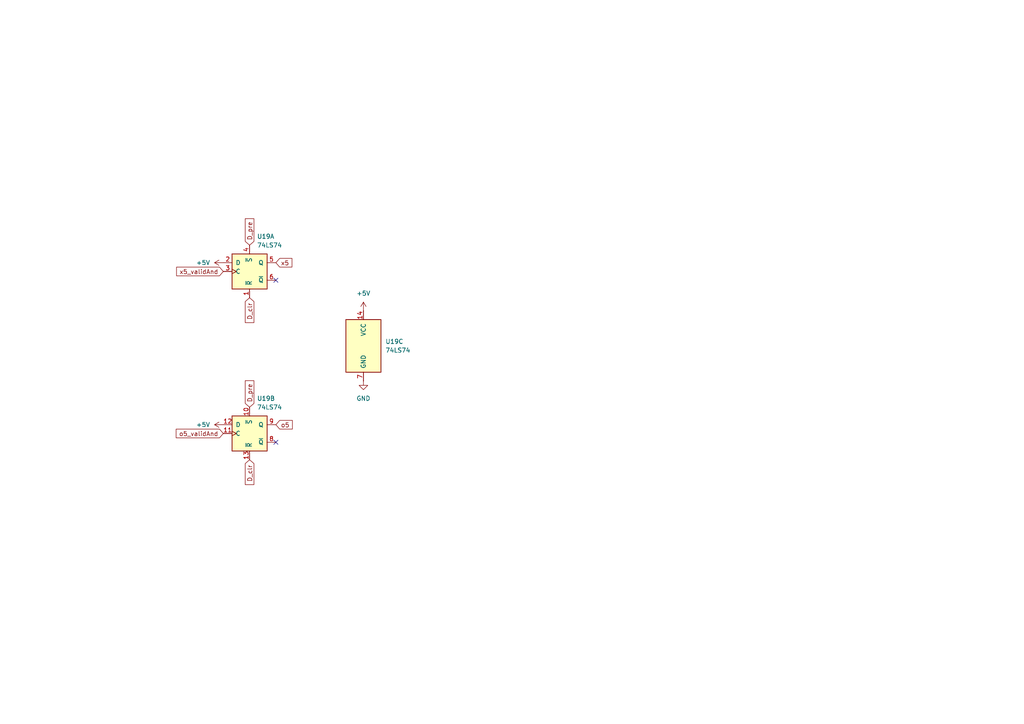
<source format=kicad_sch>
(kicad_sch
	(version 20250114)
	(generator "eeschema")
	(generator_version "9.0")
	(uuid "0f222bc9-c86a-4c26-921d-459394749d18")
	(paper "A4")
	(lib_symbols
		(symbol "74xx:74LS74"
			(pin_names
				(offset 1.016)
			)
			(exclude_from_sim no)
			(in_bom yes)
			(on_board yes)
			(property "Reference" "U"
				(at -7.62 8.89 0)
				(effects
					(font
						(size 1.27 1.27)
					)
				)
			)
			(property "Value" "74LS74"
				(at -7.62 -8.89 0)
				(effects
					(font
						(size 1.27 1.27)
					)
				)
			)
			(property "Footprint" ""
				(at 0 0 0)
				(effects
					(font
						(size 1.27 1.27)
					)
					(hide yes)
				)
			)
			(property "Datasheet" "74xx/74hc_hct74.pdf"
				(at 0 0 0)
				(effects
					(font
						(size 1.27 1.27)
					)
					(hide yes)
				)
			)
			(property "Description" "Dual D Flip-flop, Set & Reset"
				(at 0 0 0)
				(effects
					(font
						(size 1.27 1.27)
					)
					(hide yes)
				)
			)
			(property "ki_locked" ""
				(at 0 0 0)
				(effects
					(font
						(size 1.27 1.27)
					)
				)
			)
			(property "ki_keywords" "TTL DFF"
				(at 0 0 0)
				(effects
					(font
						(size 1.27 1.27)
					)
					(hide yes)
				)
			)
			(property "ki_fp_filters" "DIP*W7.62mm*"
				(at 0 0 0)
				(effects
					(font
						(size 1.27 1.27)
					)
					(hide yes)
				)
			)
			(symbol "74LS74_1_0"
				(pin input line
					(at -7.62 2.54 0)
					(length 2.54)
					(name "D"
						(effects
							(font
								(size 1.27 1.27)
							)
						)
					)
					(number "2"
						(effects
							(font
								(size 1.27 1.27)
							)
						)
					)
				)
				(pin input clock
					(at -7.62 0 0)
					(length 2.54)
					(name "C"
						(effects
							(font
								(size 1.27 1.27)
							)
						)
					)
					(number "3"
						(effects
							(font
								(size 1.27 1.27)
							)
						)
					)
				)
				(pin input line
					(at 0 7.62 270)
					(length 2.54)
					(name "~{S}"
						(effects
							(font
								(size 1.27 1.27)
							)
						)
					)
					(number "4"
						(effects
							(font
								(size 1.27 1.27)
							)
						)
					)
				)
				(pin input line
					(at 0 -7.62 90)
					(length 2.54)
					(name "~{R}"
						(effects
							(font
								(size 1.27 1.27)
							)
						)
					)
					(number "1"
						(effects
							(font
								(size 1.27 1.27)
							)
						)
					)
				)
				(pin output line
					(at 7.62 2.54 180)
					(length 2.54)
					(name "Q"
						(effects
							(font
								(size 1.27 1.27)
							)
						)
					)
					(number "5"
						(effects
							(font
								(size 1.27 1.27)
							)
						)
					)
				)
				(pin output line
					(at 7.62 -2.54 180)
					(length 2.54)
					(name "~{Q}"
						(effects
							(font
								(size 1.27 1.27)
							)
						)
					)
					(number "6"
						(effects
							(font
								(size 1.27 1.27)
							)
						)
					)
				)
			)
			(symbol "74LS74_1_1"
				(rectangle
					(start -5.08 5.08)
					(end 5.08 -5.08)
					(stroke
						(width 0.254)
						(type default)
					)
					(fill
						(type background)
					)
				)
			)
			(symbol "74LS74_2_0"
				(pin input line
					(at -7.62 2.54 0)
					(length 2.54)
					(name "D"
						(effects
							(font
								(size 1.27 1.27)
							)
						)
					)
					(number "12"
						(effects
							(font
								(size 1.27 1.27)
							)
						)
					)
				)
				(pin input clock
					(at -7.62 0 0)
					(length 2.54)
					(name "C"
						(effects
							(font
								(size 1.27 1.27)
							)
						)
					)
					(number "11"
						(effects
							(font
								(size 1.27 1.27)
							)
						)
					)
				)
				(pin input line
					(at 0 7.62 270)
					(length 2.54)
					(name "~{S}"
						(effects
							(font
								(size 1.27 1.27)
							)
						)
					)
					(number "10"
						(effects
							(font
								(size 1.27 1.27)
							)
						)
					)
				)
				(pin input line
					(at 0 -7.62 90)
					(length 2.54)
					(name "~{R}"
						(effects
							(font
								(size 1.27 1.27)
							)
						)
					)
					(number "13"
						(effects
							(font
								(size 1.27 1.27)
							)
						)
					)
				)
				(pin output line
					(at 7.62 2.54 180)
					(length 2.54)
					(name "Q"
						(effects
							(font
								(size 1.27 1.27)
							)
						)
					)
					(number "9"
						(effects
							(font
								(size 1.27 1.27)
							)
						)
					)
				)
				(pin output line
					(at 7.62 -2.54 180)
					(length 2.54)
					(name "~{Q}"
						(effects
							(font
								(size 1.27 1.27)
							)
						)
					)
					(number "8"
						(effects
							(font
								(size 1.27 1.27)
							)
						)
					)
				)
			)
			(symbol "74LS74_2_1"
				(rectangle
					(start -5.08 5.08)
					(end 5.08 -5.08)
					(stroke
						(width 0.254)
						(type default)
					)
					(fill
						(type background)
					)
				)
			)
			(symbol "74LS74_3_0"
				(pin power_in line
					(at 0 10.16 270)
					(length 2.54)
					(name "VCC"
						(effects
							(font
								(size 1.27 1.27)
							)
						)
					)
					(number "14"
						(effects
							(font
								(size 1.27 1.27)
							)
						)
					)
				)
				(pin power_in line
					(at 0 -10.16 90)
					(length 2.54)
					(name "GND"
						(effects
							(font
								(size 1.27 1.27)
							)
						)
					)
					(number "7"
						(effects
							(font
								(size 1.27 1.27)
							)
						)
					)
				)
			)
			(symbol "74LS74_3_1"
				(rectangle
					(start -5.08 7.62)
					(end 5.08 -7.62)
					(stroke
						(width 0.254)
						(type default)
					)
					(fill
						(type background)
					)
				)
			)
			(embedded_fonts no)
		)
		(symbol "power:+5V"
			(power)
			(pin_numbers
				(hide yes)
			)
			(pin_names
				(offset 0)
				(hide yes)
			)
			(exclude_from_sim no)
			(in_bom yes)
			(on_board yes)
			(property "Reference" "#PWR"
				(at 0 -3.81 0)
				(effects
					(font
						(size 1.27 1.27)
					)
					(hide yes)
				)
			)
			(property "Value" "+5V"
				(at 0 3.556 0)
				(effects
					(font
						(size 1.27 1.27)
					)
				)
			)
			(property "Footprint" ""
				(at 0 0 0)
				(effects
					(font
						(size 1.27 1.27)
					)
					(hide yes)
				)
			)
			(property "Datasheet" ""
				(at 0 0 0)
				(effects
					(font
						(size 1.27 1.27)
					)
					(hide yes)
				)
			)
			(property "Description" "Power symbol creates a global label with name \"+5V\""
				(at 0 0 0)
				(effects
					(font
						(size 1.27 1.27)
					)
					(hide yes)
				)
			)
			(property "ki_keywords" "global power"
				(at 0 0 0)
				(effects
					(font
						(size 1.27 1.27)
					)
					(hide yes)
				)
			)
			(symbol "+5V_0_1"
				(polyline
					(pts
						(xy -0.762 1.27) (xy 0 2.54)
					)
					(stroke
						(width 0)
						(type default)
					)
					(fill
						(type none)
					)
				)
				(polyline
					(pts
						(xy 0 2.54) (xy 0.762 1.27)
					)
					(stroke
						(width 0)
						(type default)
					)
					(fill
						(type none)
					)
				)
				(polyline
					(pts
						(xy 0 0) (xy 0 2.54)
					)
					(stroke
						(width 0)
						(type default)
					)
					(fill
						(type none)
					)
				)
			)
			(symbol "+5V_1_1"
				(pin power_in line
					(at 0 0 90)
					(length 0)
					(name "~"
						(effects
							(font
								(size 1.27 1.27)
							)
						)
					)
					(number "1"
						(effects
							(font
								(size 1.27 1.27)
							)
						)
					)
				)
			)
			(embedded_fonts no)
		)
		(symbol "power:GND"
			(power)
			(pin_numbers
				(hide yes)
			)
			(pin_names
				(offset 0)
				(hide yes)
			)
			(exclude_from_sim no)
			(in_bom yes)
			(on_board yes)
			(property "Reference" "#PWR"
				(at 0 -6.35 0)
				(effects
					(font
						(size 1.27 1.27)
					)
					(hide yes)
				)
			)
			(property "Value" "GND"
				(at 0 -3.81 0)
				(effects
					(font
						(size 1.27 1.27)
					)
				)
			)
			(property "Footprint" ""
				(at 0 0 0)
				(effects
					(font
						(size 1.27 1.27)
					)
					(hide yes)
				)
			)
			(property "Datasheet" ""
				(at 0 0 0)
				(effects
					(font
						(size 1.27 1.27)
					)
					(hide yes)
				)
			)
			(property "Description" "Power symbol creates a global label with name \"GND\" , ground"
				(at 0 0 0)
				(effects
					(font
						(size 1.27 1.27)
					)
					(hide yes)
				)
			)
			(property "ki_keywords" "global power"
				(at 0 0 0)
				(effects
					(font
						(size 1.27 1.27)
					)
					(hide yes)
				)
			)
			(symbol "GND_0_1"
				(polyline
					(pts
						(xy 0 0) (xy 0 -1.27) (xy 1.27 -1.27) (xy 0 -2.54) (xy -1.27 -1.27) (xy 0 -1.27)
					)
					(stroke
						(width 0)
						(type default)
					)
					(fill
						(type none)
					)
				)
			)
			(symbol "GND_1_1"
				(pin power_in line
					(at 0 0 270)
					(length 0)
					(name "~"
						(effects
							(font
								(size 1.27 1.27)
							)
						)
					)
					(number "1"
						(effects
							(font
								(size 1.27 1.27)
							)
						)
					)
				)
			)
			(embedded_fonts no)
		)
	)
	(no_connect
		(at 80.01 128.27)
		(uuid "740a870a-82a7-492a-94b2-1b8694927990")
	)
	(no_connect
		(at 80.01 81.28)
		(uuid "d7788c86-4acb-49cf-a25a-1dc2b1f735d9")
	)
	(global_label "x5_validAnd"
		(shape input)
		(at 64.77 78.74 180)
		(fields_autoplaced yes)
		(effects
			(font
				(size 1.27 1.27)
			)
			(justify right)
		)
		(uuid "05267afc-848f-4e93-9ce5-ee04eff28e7d")
		(property "Intersheetrefs" "${INTERSHEET_REFS}"
			(at 50.6574 78.74 0)
			(effects
				(font
					(size 1.27 1.27)
				)
				(justify right)
				(hide yes)
			)
		)
	)
	(global_label "o5"
		(shape input)
		(at 80.01 123.19 0)
		(fields_autoplaced yes)
		(effects
			(font
				(size 1.27 1.27)
			)
			(justify left)
		)
		(uuid "1c0ae648-2539-4cd3-b9fa-98f7e898f905")
		(property "Intersheetrefs" "${INTERSHEET_REFS}"
			(at 85.3537 123.19 0)
			(effects
				(font
					(size 1.27 1.27)
				)
				(justify left)
				(hide yes)
			)
		)
	)
	(global_label "x5"
		(shape input)
		(at 80.01 76.2 0)
		(fields_autoplaced yes)
		(effects
			(font
				(size 1.27 1.27)
			)
			(justify left)
		)
		(uuid "49a19ccd-0c31-48fe-bcaf-c774a6f7522b")
		(property "Intersheetrefs" "${INTERSHEET_REFS}"
			(at 85.2328 76.2 0)
			(effects
				(font
					(size 1.27 1.27)
				)
				(justify left)
				(hide yes)
			)
		)
	)
	(global_label "o5_validAnd"
		(shape input)
		(at 64.77 125.73 180)
		(fields_autoplaced yes)
		(effects
			(font
				(size 1.27 1.27)
			)
			(justify right)
		)
		(uuid "843cd73a-3208-4036-865a-f8518c16414e")
		(property "Intersheetrefs" "${INTERSHEET_REFS}"
			(at 50.5365 125.73 0)
			(effects
				(font
					(size 1.27 1.27)
				)
				(justify right)
				(hide yes)
			)
		)
	)
	(global_label "D_pre"
		(shape input)
		(at 72.39 118.11 90)
		(fields_autoplaced yes)
		(effects
			(font
				(size 1.27 1.27)
			)
			(justify left)
		)
		(uuid "a86a8e13-b250-41c0-beaf-16d0a6a55caa")
		(property "Intersheetrefs" "${INTERSHEET_REFS}"
			(at 72.39 109.8634 90)
			(effects
				(font
					(size 1.27 1.27)
				)
				(justify left)
				(hide yes)
			)
		)
	)
	(global_label "D_pre"
		(shape input)
		(at 72.39 71.12 90)
		(fields_autoplaced yes)
		(effects
			(font
				(size 1.27 1.27)
			)
			(justify left)
		)
		(uuid "dfe075f9-b202-40f0-8d81-15dba78c3c7f")
		(property "Intersheetrefs" "${INTERSHEET_REFS}"
			(at 72.39 62.8734 90)
			(effects
				(font
					(size 1.27 1.27)
				)
				(justify left)
				(hide yes)
			)
		)
	)
	(global_label "D_clr"
		(shape input)
		(at 72.39 133.35 270)
		(fields_autoplaced yes)
		(effects
			(font
				(size 1.27 1.27)
			)
			(justify right)
		)
		(uuid "e9e268bf-a96b-41c9-9942-c62f4d8b91c0")
		(property "Intersheetrefs" "${INTERSHEET_REFS}"
			(at 72.39 141.1128 90)
			(effects
				(font
					(size 1.27 1.27)
				)
				(justify right)
				(hide yes)
			)
		)
	)
	(global_label "D_clr"
		(shape input)
		(at 72.39 86.36 270)
		(fields_autoplaced yes)
		(effects
			(font
				(size 1.27 1.27)
			)
			(justify right)
		)
		(uuid "f1f7566b-9cc3-4643-820b-9ae84f6d9c66")
		(property "Intersheetrefs" "${INTERSHEET_REFS}"
			(at 72.39 94.1228 90)
			(effects
				(font
					(size 1.27 1.27)
				)
				(justify right)
				(hide yes)
			)
		)
	)
	(symbol
		(lib_id "74xx:74LS74")
		(at 72.39 125.73 0)
		(unit 2)
		(exclude_from_sim no)
		(in_bom yes)
		(on_board yes)
		(dnp no)
		(fields_autoplaced yes)
		(uuid "50a758c8-2996-487b-88a0-2ad0a1fac044")
		(property "Reference" "U19"
			(at 74.5333 115.57 0)
			(effects
				(font
					(size 1.27 1.27)
				)
				(justify left)
			)
		)
		(property "Value" "74LS74"
			(at 74.5333 118.11 0)
			(effects
				(font
					(size 1.27 1.27)
				)
				(justify left)
			)
		)
		(property "Footprint" "Package_DIP:DIP-14_W7.62mm"
			(at 72.39 125.73 0)
			(effects
				(font
					(size 1.27 1.27)
				)
				(hide yes)
			)
		)
		(property "Datasheet" "74xx/74hc_hct74.pdf"
			(at 72.39 125.73 0)
			(effects
				(font
					(size 1.27 1.27)
				)
				(hide yes)
			)
		)
		(property "Description" "Dual D Flip-flop, Set & Reset"
			(at 72.39 125.73 0)
			(effects
				(font
					(size 1.27 1.27)
				)
				(hide yes)
			)
		)
		(pin "12"
			(uuid "b4ec6282-8631-45f3-9653-69c93d64b197")
		)
		(pin "4"
			(uuid "a446bce5-b06e-4c69-bb57-25b705bb075b")
		)
		(pin "14"
			(uuid "1e7d8e54-afc2-490c-afef-40a46277b201")
		)
		(pin "3"
			(uuid "a1297712-69b9-4d31-a6e3-e9d31e1118fc")
		)
		(pin "8"
			(uuid "6110f7de-1dfb-44e1-8f4c-a89d8c17dd96")
		)
		(pin "5"
			(uuid "d37bb2e3-74f6-47d1-a81e-869bdfc0d740")
		)
		(pin "11"
			(uuid "b8eb33e0-dc61-4e2b-8b3a-7d1f9259976a")
		)
		(pin "10"
			(uuid "5e2d02e4-4018-40fa-b8c4-6c820cdbabf0")
		)
		(pin "13"
			(uuid "9228a55d-3ccf-450f-8d9f-398b017bf197")
		)
		(pin "7"
			(uuid "a0541d54-4040-4978-a2ae-140970f9dab3")
		)
		(pin "2"
			(uuid "49d6c06a-92c6-4784-9284-7551a7d1ad1f")
		)
		(pin "9"
			(uuid "2dc04b7d-c8e1-4358-a976-2e3aa69f2b98")
		)
		(pin "6"
			(uuid "a173177a-d678-4ca1-91e5-25fbd731eed6")
		)
		(pin "1"
			(uuid "e72a8853-e290-441d-9efc-29ec16f9f8e0")
		)
		(instances
			(project ""
				(path "/0f222bc9-c86a-4c26-921d-459394749d18/3fefe027-2c3a-4d63-8c20-98d2360d0ff8/e23589ce-8bbd-4fea-96f7-cf6a0171f1f7"
					(reference "U19")
					(unit 2)
				)
			)
		)
	)
	(symbol
		(lib_id "74xx:74LS74")
		(at 105.41 100.33 0)
		(unit 3)
		(exclude_from_sim no)
		(in_bom yes)
		(on_board yes)
		(dnp no)
		(fields_autoplaced yes)
		(uuid "a6bf7eb8-2e9f-4790-8d63-b938182b9058")
		(property "Reference" "U19"
			(at 111.76 99.0599 0)
			(effects
				(font
					(size 1.27 1.27)
				)
				(justify left)
			)
		)
		(property "Value" "74LS74"
			(at 111.76 101.5999 0)
			(effects
				(font
					(size 1.27 1.27)
				)
				(justify left)
			)
		)
		(property "Footprint" "Package_DIP:DIP-14_W7.62mm"
			(at 105.41 100.33 0)
			(effects
				(font
					(size 1.27 1.27)
				)
				(hide yes)
			)
		)
		(property "Datasheet" "74xx/74hc_hct74.pdf"
			(at 105.41 100.33 0)
			(effects
				(font
					(size 1.27 1.27)
				)
				(hide yes)
			)
		)
		(property "Description" "Dual D Flip-flop, Set & Reset"
			(at 105.41 100.33 0)
			(effects
				(font
					(size 1.27 1.27)
				)
				(hide yes)
			)
		)
		(pin "12"
			(uuid "b151a4c0-95ef-4496-bf8a-2c1fb6f960d3")
		)
		(pin "4"
			(uuid "a446bce5-b06e-4c69-bb57-25b705bb0759")
		)
		(pin "14"
			(uuid "af31dca5-8b08-4cc6-8391-e4375fb1d192")
		)
		(pin "3"
			(uuid "a1297712-69b9-4d31-a6e3-e9d31e1118fa")
		)
		(pin "8"
			(uuid "17c29a99-a9d4-4278-9bb4-85547421c95d")
		)
		(pin "5"
			(uuid "d37bb2e3-74f6-47d1-a81e-869bdfc0d73e")
		)
		(pin "11"
			(uuid "234d3305-417f-450a-96a2-e38f3f7cd054")
		)
		(pin "10"
			(uuid "e06bad5a-fe59-4017-b3fb-ab5f5514b0c0")
		)
		(pin "13"
			(uuid "d1c5766f-7571-4b4a-a396-2c373b657b33")
		)
		(pin "7"
			(uuid "2e50b8f9-094e-4106-9e87-361e1a9c73e0")
		)
		(pin "2"
			(uuid "49d6c06a-92c6-4784-9284-7551a7d1ad1d")
		)
		(pin "9"
			(uuid "76462129-3cef-4f26-af9a-83d9148fd458")
		)
		(pin "6"
			(uuid "a173177a-d678-4ca1-91e5-25fbd731eed4")
		)
		(pin "1"
			(uuid "e72a8853-e290-441d-9efc-29ec16f9f8de")
		)
		(instances
			(project ""
				(path "/0f222bc9-c86a-4c26-921d-459394749d18/3fefe027-2c3a-4d63-8c20-98d2360d0ff8/e23589ce-8bbd-4fea-96f7-cf6a0171f1f7"
					(reference "U19")
					(unit 3)
				)
			)
		)
	)
	(symbol
		(lib_id "power:+5V")
		(at 64.77 123.19 90)
		(unit 1)
		(exclude_from_sim no)
		(in_bom yes)
		(on_board yes)
		(dnp no)
		(fields_autoplaced yes)
		(uuid "bc47713c-6184-46ef-b594-13da29dfd76a")
		(property "Reference" "#PWR042"
			(at 68.58 123.19 0)
			(effects
				(font
					(size 1.27 1.27)
				)
				(hide yes)
			)
		)
		(property "Value" "+5V"
			(at 60.96 123.1899 90)
			(effects
				(font
					(size 1.27 1.27)
				)
				(justify left)
			)
		)
		(property "Footprint" ""
			(at 64.77 123.19 0)
			(effects
				(font
					(size 1.27 1.27)
				)
				(hide yes)
			)
		)
		(property "Datasheet" ""
			(at 64.77 123.19 0)
			(effects
				(font
					(size 1.27 1.27)
				)
				(hide yes)
			)
		)
		(property "Description" "Power symbol creates a global label with name \"+5V\""
			(at 64.77 123.19 0)
			(effects
				(font
					(size 1.27 1.27)
				)
				(hide yes)
			)
		)
		(pin "1"
			(uuid "469da6cb-e24b-42dd-b31d-bfc6ff13084a")
		)
		(instances
			(project ""
				(path "/0f222bc9-c86a-4c26-921d-459394749d18/3fefe027-2c3a-4d63-8c20-98d2360d0ff8/e23589ce-8bbd-4fea-96f7-cf6a0171f1f7"
					(reference "#PWR042")
					(unit 1)
				)
			)
		)
	)
	(symbol
		(lib_id "74xx:74LS74")
		(at 72.39 78.74 0)
		(unit 1)
		(exclude_from_sim no)
		(in_bom yes)
		(on_board yes)
		(dnp no)
		(fields_autoplaced yes)
		(uuid "be7293fc-9cf4-4d5e-bfd1-52a71c42c101")
		(property "Reference" "U19"
			(at 74.5333 68.58 0)
			(effects
				(font
					(size 1.27 1.27)
				)
				(justify left)
			)
		)
		(property "Value" "74LS74"
			(at 74.5333 71.12 0)
			(effects
				(font
					(size 1.27 1.27)
				)
				(justify left)
			)
		)
		(property "Footprint" "Package_DIP:DIP-14_W7.62mm"
			(at 72.39 78.74 0)
			(effects
				(font
					(size 1.27 1.27)
				)
				(hide yes)
			)
		)
		(property "Datasheet" "74xx/74hc_hct74.pdf"
			(at 72.39 78.74 0)
			(effects
				(font
					(size 1.27 1.27)
				)
				(hide yes)
			)
		)
		(property "Description" "Dual D Flip-flop, Set & Reset"
			(at 72.39 78.74 0)
			(effects
				(font
					(size 1.27 1.27)
				)
				(hide yes)
			)
		)
		(pin "12"
			(uuid "b151a4c0-95ef-4496-bf8a-2c1fb6f960d4")
		)
		(pin "4"
			(uuid "c8435012-6b0a-45ab-876a-345188f248f5")
		)
		(pin "14"
			(uuid "1e7d8e54-afc2-490c-afef-40a46277b200")
		)
		(pin "3"
			(uuid "3a879872-567e-4d47-b391-78ae7492c748")
		)
		(pin "8"
			(uuid "17c29a99-a9d4-4278-9bb4-85547421c95e")
		)
		(pin "5"
			(uuid "a7f4b864-f8b9-4c65-906f-41a316e6d324")
		)
		(pin "11"
			(uuid "234d3305-417f-450a-96a2-e38f3f7cd055")
		)
		(pin "10"
			(uuid "e06bad5a-fe59-4017-b3fb-ab5f5514b0c1")
		)
		(pin "13"
			(uuid "d1c5766f-7571-4b4a-a396-2c373b657b34")
		)
		(pin "7"
			(uuid "a0541d54-4040-4978-a2ae-140970f9dab2")
		)
		(pin "2"
			(uuid "8b612787-4008-48d1-a091-48e683ef954b")
		)
		(pin "9"
			(uuid "76462129-3cef-4f26-af9a-83d9148fd459")
		)
		(pin "6"
			(uuid "7cb9d0ad-8e8f-447a-bba7-cbdc0588b337")
		)
		(pin "1"
			(uuid "02244fbd-643f-4ad0-be3f-9a1306cf540a")
		)
		(instances
			(project ""
				(path "/0f222bc9-c86a-4c26-921d-459394749d18/3fefe027-2c3a-4d63-8c20-98d2360d0ff8/e23589ce-8bbd-4fea-96f7-cf6a0171f1f7"
					(reference "U19")
					(unit 1)
				)
			)
		)
	)
	(symbol
		(lib_id "power:+5V")
		(at 64.77 76.2 90)
		(unit 1)
		(exclude_from_sim no)
		(in_bom yes)
		(on_board yes)
		(dnp no)
		(fields_autoplaced yes)
		(uuid "cce9fd0d-9d3e-4088-9d73-e696bd4f4915")
		(property "Reference" "#PWR041"
			(at 68.58 76.2 0)
			(effects
				(font
					(size 1.27 1.27)
				)
				(hide yes)
			)
		)
		(property "Value" "+5V"
			(at 60.96 76.1999 90)
			(effects
				(font
					(size 1.27 1.27)
				)
				(justify left)
			)
		)
		(property "Footprint" ""
			(at 64.77 76.2 0)
			(effects
				(font
					(size 1.27 1.27)
				)
				(hide yes)
			)
		)
		(property "Datasheet" ""
			(at 64.77 76.2 0)
			(effects
				(font
					(size 1.27 1.27)
				)
				(hide yes)
			)
		)
		(property "Description" "Power symbol creates a global label with name \"+5V\""
			(at 64.77 76.2 0)
			(effects
				(font
					(size 1.27 1.27)
				)
				(hide yes)
			)
		)
		(pin "1"
			(uuid "1dae466f-4114-46ec-bf7d-d7aac851bdc6")
		)
		(instances
			(project ""
				(path "/0f222bc9-c86a-4c26-921d-459394749d18/3fefe027-2c3a-4d63-8c20-98d2360d0ff8/e23589ce-8bbd-4fea-96f7-cf6a0171f1f7"
					(reference "#PWR041")
					(unit 1)
				)
			)
		)
	)
	(symbol
		(lib_id "power:+5V")
		(at 105.41 90.17 0)
		(unit 1)
		(exclude_from_sim no)
		(in_bom yes)
		(on_board yes)
		(dnp no)
		(fields_autoplaced yes)
		(uuid "d50cce93-e9ff-4372-a660-9a4e4ce792f0")
		(property "Reference" "#PWR043"
			(at 105.41 93.98 0)
			(effects
				(font
					(size 1.27 1.27)
				)
				(hide yes)
			)
		)
		(property "Value" "+5V"
			(at 105.41 85.09 0)
			(effects
				(font
					(size 1.27 1.27)
				)
			)
		)
		(property "Footprint" ""
			(at 105.41 90.17 0)
			(effects
				(font
					(size 1.27 1.27)
				)
				(hide yes)
			)
		)
		(property "Datasheet" ""
			(at 105.41 90.17 0)
			(effects
				(font
					(size 1.27 1.27)
				)
				(hide yes)
			)
		)
		(property "Description" "Power symbol creates a global label with name \"+5V\""
			(at 105.41 90.17 0)
			(effects
				(font
					(size 1.27 1.27)
				)
				(hide yes)
			)
		)
		(pin "1"
			(uuid "d19acb51-a222-4ea5-a8aa-822804d9711e")
		)
		(instances
			(project ""
				(path "/0f222bc9-c86a-4c26-921d-459394749d18/3fefe027-2c3a-4d63-8c20-98d2360d0ff8/e23589ce-8bbd-4fea-96f7-cf6a0171f1f7"
					(reference "#PWR043")
					(unit 1)
				)
			)
		)
	)
	(symbol
		(lib_id "power:GND")
		(at 105.41 110.49 0)
		(unit 1)
		(exclude_from_sim no)
		(in_bom yes)
		(on_board yes)
		(dnp no)
		(fields_autoplaced yes)
		(uuid "fd138974-e17f-4fbc-9576-36926eb2c276")
		(property "Reference" "#PWR044"
			(at 105.41 116.84 0)
			(effects
				(font
					(size 1.27 1.27)
				)
				(hide yes)
			)
		)
		(property "Value" "GND"
			(at 105.41 115.57 0)
			(effects
				(font
					(size 1.27 1.27)
				)
			)
		)
		(property "Footprint" ""
			(at 105.41 110.49 0)
			(effects
				(font
					(size 1.27 1.27)
				)
				(hide yes)
			)
		)
		(property "Datasheet" ""
			(at 105.41 110.49 0)
			(effects
				(font
					(size 1.27 1.27)
				)
				(hide yes)
			)
		)
		(property "Description" "Power symbol creates a global label with name \"GND\" , ground"
			(at 105.41 110.49 0)
			(effects
				(font
					(size 1.27 1.27)
				)
				(hide yes)
			)
		)
		(pin "1"
			(uuid "ba8f1fb0-5dc9-49f6-8f1c-dce78d1f8404")
		)
		(instances
			(project ""
				(path "/0f222bc9-c86a-4c26-921d-459394749d18/3fefe027-2c3a-4d63-8c20-98d2360d0ff8/e23589ce-8bbd-4fea-96f7-cf6a0171f1f7"
					(reference "#PWR044")
					(unit 1)
				)
			)
		)
	)
)

</source>
